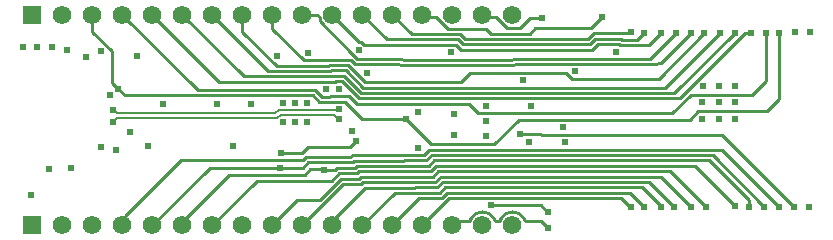
<source format=gbl>
G04*
G04 #@! TF.GenerationSoftware,Altium Limited,Altium Designer,23.1.1 (15)*
G04*
G04 Layer_Physical_Order=4*
G04 Layer_Color=16711680*
%FSLAX44Y44*%
%MOMM*%
G71*
G04*
G04 #@! TF.SameCoordinates,EB36885D-2DDF-469F-ABB7-EBECF6A50CA0*
G04*
G04*
G04 #@! TF.FilePolarity,Positive*
G04*
G01*
G75*
%ADD14C,0.1524*%
%ADD49R,1.5700X1.5700*%
%ADD50C,1.5700*%
%ADD51C,0.2540*%
%ADD52C,0.6096*%
%ADD53C,0.2540*%
D14*
X271285Y109950D02*
X271404Y110069D01*
X270696Y105886D02*
X273719Y102863D01*
X250311Y105886D02*
X270696D01*
X273719Y102863D02*
X274956D01*
X271404Y110069D02*
X273589D01*
X274464Y110944D01*
X86618Y103222D02*
X222491D01*
X86618Y107286D02*
X220808D01*
X223726Y110204D01*
X222491Y103222D02*
X225409Y106140D01*
X223726Y110204D02*
X251740D01*
X225409Y106140D02*
X250057D01*
X250311Y105886D01*
X251994Y109950D02*
X271285D01*
X251740Y110204D02*
X251994Y109950D01*
X83726Y110177D02*
X86618Y107286D01*
X83632Y110177D02*
X83726D01*
X83820Y100424D02*
X86618Y103222D01*
X83820Y100330D02*
Y100424D01*
D49*
X15240Y190500D02*
D03*
Y12700D02*
D03*
D50*
X40640Y190500D02*
D03*
X66040D02*
D03*
X91440D02*
D03*
X116840D02*
D03*
X142240D02*
D03*
X167640D02*
D03*
X193040D02*
D03*
X218440D02*
D03*
X243840D02*
D03*
X269240D02*
D03*
X294640D02*
D03*
X320040D02*
D03*
X345440D02*
D03*
X370840D02*
D03*
X396240D02*
D03*
X421640D02*
D03*
X40640Y12700D02*
D03*
X66040D02*
D03*
X91440D02*
D03*
X116840D02*
D03*
X142240D02*
D03*
X167640D02*
D03*
X193040D02*
D03*
X218440D02*
D03*
X243840D02*
D03*
X269240D02*
D03*
X294640D02*
D03*
X320040D02*
D03*
X345440D02*
D03*
X370840D02*
D03*
X396240D02*
D03*
X421640D02*
D03*
D51*
X431651Y17542D02*
G03*
X411629Y17542I-10011J-4841D01*
G01*
X406251Y17542D02*
G03*
X386229Y17542I-10011J-4841D01*
G01*
X609842Y175502D02*
Y175548D01*
X558800Y124460D02*
X609842Y175502D01*
X521462Y175260D02*
X521970Y175768D01*
X490290Y175260D02*
X521462D01*
X493240Y148622D02*
X538837D01*
X472218Y149130D02*
X492732D01*
X472192Y149130D02*
X472218Y149130D01*
X494613Y153670D02*
X495121Y153162D01*
X470338Y153670D02*
X494613D01*
X492732Y149130D02*
X493240Y148622D01*
X541243Y149223D02*
X547384Y149874D01*
X537972Y153162D02*
X539224Y154414D01*
X539224D01*
X371977Y152654D02*
X470311Y153670D01*
X513768Y170338D02*
X514655Y169450D01*
X495121Y153162D02*
X537972D01*
X373713Y165290D02*
X377783Y161220D01*
X487211Y165760D02*
X491789Y170338D01*
X512775Y164910D02*
X537020D01*
X320040Y190500D02*
X336170Y174370D01*
X493670Y165798D02*
X511887D01*
X537020Y164910D02*
X547370Y175260D01*
X526903Y169450D02*
X532713Y175260D01*
X379663Y165760D02*
X487211D01*
X489092Y161220D02*
X493670Y165798D01*
X514655Y169450D02*
X526903D01*
X377783Y161220D02*
X489092D01*
X470311Y153670D02*
X470338Y153670D01*
X294640Y190500D02*
X315310Y169830D01*
X485331Y170300D02*
X490290Y175260D01*
X336170Y174370D02*
X377474D01*
X296233Y165290D02*
X373713D01*
X381544Y170300D02*
X485331D01*
X538837Y148622D02*
X539852Y148622D01*
X511887Y165798D02*
X512775Y164910D01*
X293619Y167904D02*
X296233Y165290D01*
X539852Y148622D02*
X541243Y149223D01*
X491789Y170338D02*
X513768D01*
X377474Y174370D02*
X381544Y170300D01*
X373857Y148114D02*
X472192Y149130D01*
X545434Y136494D02*
X584200Y175260D01*
X472363Y136494D02*
X545434D01*
X467221Y141636D02*
X472363Y136494D01*
X386003Y141636D02*
X467221D01*
X193040Y176468D02*
X221903Y147605D01*
X193040Y176468D02*
Y190500D01*
X221903Y147605D02*
X265918D01*
X254461Y126936D02*
X260048Y121349D01*
X267217Y121802D02*
X283328D01*
X269097Y117262D02*
X279575D01*
X268644Y116809D02*
X269097Y117262D01*
X252580Y122396D02*
X258167Y116809D01*
X279575Y117262D02*
X293967Y102870D01*
X266764Y121349D02*
X267217Y121802D01*
X258167Y116809D02*
X268644D01*
X260048Y121349D02*
X266764D01*
X283328Y121802D02*
X290100Y115030D01*
X293967Y102870D02*
X331470D01*
X291836Y167904D02*
X293619D01*
X269240Y190500D02*
X291836Y167904D01*
X287359Y149874D02*
X288102Y149130D01*
X256254Y190500D02*
X258312Y188442D01*
X289983Y153670D02*
X366743Y152654D01*
X371977D01*
X285088Y152145D02*
X287359Y149874D01*
X364862Y148114D02*
X373857D01*
X547384Y149874D02*
X572770Y175260D01*
X539224Y154414D02*
X560070Y175260D01*
X289239Y154414D02*
X289983Y153670D01*
X243840Y190500D02*
X256254D01*
X288102Y149130D02*
X364862Y148114D01*
X258312Y185324D02*
Y188442D01*
X286968Y156685D02*
X289239Y154414D01*
X384842Y115030D02*
X392588Y107284D01*
X556935D01*
X290100Y115030D02*
X384842D01*
X378470Y134104D02*
X386003Y141636D01*
X556935Y107284D02*
X572840Y123190D01*
X599284Y89056D02*
X660400Y27940D01*
X462175Y89083D02*
X462203Y89056D01*
X445180Y90170D02*
X446267Y89083D01*
X462175D01*
X462203Y89056D02*
X599284D01*
X406080Y80960D02*
X426812Y101692D01*
X571592D01*
X579120Y109220D01*
X403606Y29242D02*
X446173D01*
X451285Y24130D02*
X452120D01*
X446173Y29242D02*
X451285Y24130D01*
X250621Y59720D02*
X262352D01*
X286635Y66008D02*
X287777Y67150D01*
X244017Y67532D02*
X247033Y70548D01*
X284755D02*
X285897Y71690D01*
X244056Y61150D02*
X248914Y66008D01*
X262352Y59720D02*
X262382Y59690D01*
X248914Y66008D02*
X286635D01*
X262382Y59690D02*
X271569D01*
X247033Y70548D02*
X284755D01*
X271569Y59690D02*
X272868Y60990D01*
X288038D01*
X245733Y54832D02*
X250621Y59720D01*
X226060Y73850D02*
X226124Y73786D01*
X116840Y12700D02*
X165290Y61150D01*
X205232Y50292D02*
X268591D01*
X181832Y54832D02*
X245733D01*
X268591Y50292D02*
X274749Y56450D01*
X167640Y12700D02*
X205232Y50292D01*
X226124Y73786D02*
X243851D01*
X225457Y61872D02*
Y62071D01*
X165290Y61150D02*
X224536D01*
X226179D02*
X244056D01*
X142240Y15240D02*
X181832Y54832D01*
X141192Y67532D02*
X244017D01*
X225457Y61872D02*
X226179Y61150D01*
X224536D02*
X225457Y62071D01*
X93958Y20298D02*
X141192Y67532D01*
X243851Y73786D02*
X248591Y78527D01*
X93504Y122396D02*
X252580D01*
X91440Y190500D02*
X155004Y126936D01*
X87630Y128270D02*
X93504Y122396D01*
X155004Y126936D02*
X254461D01*
X284013Y78527D02*
X289560Y84074D01*
X248591Y78527D02*
X284013D01*
X532713Y175260D02*
X533400D01*
X264491Y152598D02*
X284618D01*
X266371Y148058D02*
X282754D01*
X268252Y143518D02*
X280874D01*
X270132Y138978D02*
X278993D01*
X272013Y134438D02*
X277113D01*
X265918Y147605D02*
X266371Y148058D01*
X244768Y152145D02*
X264038D01*
X269679Y138525D02*
X270132Y138978D01*
X264038Y152145D02*
X264491Y152598D01*
X271560Y133985D02*
X272013Y134438D01*
X267799Y143065D02*
X268252Y143518D01*
X194215Y138525D02*
X269679D01*
X173355Y133985D02*
X271560D01*
X215075Y143065D02*
X267799D01*
X258283Y33564D02*
X276629Y51910D01*
X218440Y12700D02*
X239304Y33564D01*
X258283D01*
X375593Y169830D02*
X379663Y165760D01*
X357100Y188514D02*
X366704Y178910D01*
X403479Y174840D02*
X436185D01*
X315310Y169830D02*
X375593D01*
X366704Y178910D02*
X399409D01*
X427747Y179380D02*
X436327Y187960D01*
X407900Y188514D02*
X417034Y179380D01*
X427747D01*
X440725D02*
X487990D01*
X396240Y190500D02*
X398226Y188514D01*
X399409Y178910D02*
X403479Y174840D01*
X436185D02*
X440725Y179380D01*
X436327Y187960D02*
X447040D01*
X398226Y188514D02*
X407900D01*
X296708Y134104D02*
X378470D01*
X282754Y148058D02*
X296708Y134104D01*
X635900Y134250D02*
Y175630D01*
X624840Y123190D02*
X635900Y134250D01*
X572840Y123190D02*
X624840D01*
X142240Y190500D02*
X194215Y138525D01*
X278993Y138978D02*
X293511Y124460D01*
X167640Y190500D02*
X215075Y143065D01*
X218440Y178473D02*
X244768Y152145D01*
X277113Y134438D02*
X291630Y119920D01*
X116840Y190500D02*
X173355Y133985D01*
X285071Y152145D02*
X285088D01*
X280874Y143518D02*
X295392Y129000D01*
X284618Y152598D02*
X285071Y152145D01*
X618490Y175260D02*
X623570D01*
X291630Y119920D02*
X563150D01*
X618490Y175260D01*
X293511Y124460D02*
X558800D01*
X550640Y129000D02*
X597165Y175525D01*
X286951Y156685D02*
X286968D01*
X258312Y185324D02*
X286951Y156685D01*
X295392Y129000D02*
X550640D01*
X353060Y81280D02*
X378775D01*
X331470Y102870D02*
X353060Y81280D01*
X378775D02*
X379095Y80960D01*
X406080D01*
X427990Y90170D02*
X445180D01*
X579120Y109220D02*
X637540D01*
X647700Y119380D01*
X487990Y179380D02*
X497840Y189230D01*
X347426Y188514D02*
X357100D01*
X218440Y178473D02*
Y190500D01*
X345440D02*
X347426Y188514D01*
X445770Y16510D02*
X452120Y10160D01*
X432682Y16510D02*
X445770D01*
X351375Y76420D02*
X599220D01*
X346835Y71880D02*
X351375Y76420D01*
X555150Y58260D02*
X585470Y27940D01*
X360778Y53720D02*
X546990D01*
X521050Y40100D02*
X533400Y27750D01*
X587980Y67340D02*
X621814Y33506D01*
X364539Y44640D02*
X531167D01*
X599220Y76420D02*
X647700Y27940D01*
X366419Y40100D02*
X521050D01*
X537560Y49180D02*
X558800Y27940D01*
X546990Y53720D02*
X572770Y27940D01*
X353256Y71880D02*
X591060D01*
X358119Y44640D02*
X362659Y49180D01*
X359999Y40100D02*
X364539Y44640D01*
X358898Y58260D02*
X555150D01*
X513663Y35560D02*
X521283Y27940D01*
X576036Y62800D02*
X610183Y28653D01*
X357017Y62800D02*
X576036D01*
X361880Y35560D02*
X366419Y40100D01*
X345440Y12700D02*
X368300Y35560D01*
X355136Y67340D02*
X587980D01*
X531167Y44640D02*
X547370Y28437D01*
X368300Y35560D02*
X513663D01*
X354357Y53720D02*
X358898Y58260D01*
X356238Y49180D02*
X360778Y53720D01*
X348716Y67340D02*
X353256Y71880D01*
X352477Y58260D02*
X357017Y62800D01*
X362659Y49180D02*
X537560D01*
X350596Y62800D02*
X355136Y67340D01*
X591060Y71880D02*
X635000Y27940D01*
X327856Y71880D02*
X346835D01*
X339139Y44640D02*
X358119D01*
X333497Y58260D02*
X352477D01*
X329736Y67340D02*
X348716D01*
X335378Y53720D02*
X354357D01*
X342900Y35560D02*
X361880D01*
X337258Y49180D02*
X356238D01*
X331617Y62800D02*
X350596D01*
X341020Y40100D02*
X359999D01*
X406538Y17254D02*
X407282Y16510D01*
X410598D02*
X411342Y17254D01*
X411342Y17254D02*
X411629Y17542D01*
X374650Y16510D02*
X385198D01*
X385942Y17254D01*
X406251Y17542D02*
X406538Y17254D01*
X407282Y16510D02*
X410598D01*
X431938Y17254D02*
X432682Y16510D01*
X431651Y17542D02*
X431938Y17254D01*
X385942Y17254D02*
X386229Y17542D01*
X370840Y12700D02*
X374650Y16510D01*
X285897Y71690D02*
X327666D01*
X291539Y58070D02*
X333307D01*
X327666Y71690D02*
X327856Y71880D01*
X335188Y53530D02*
X335378Y53720D01*
X337068Y48990D02*
X337258Y49180D01*
X289658Y62610D02*
X331427D01*
X287777Y67150D02*
X329546D01*
X329736Y67340D01*
X293419Y53530D02*
X335188D01*
X297180Y44450D02*
X338949D01*
X331427Y62610D02*
X331617Y62800D01*
X340830Y39910D02*
X341020Y40100D01*
X320040Y12700D02*
X342900Y35560D01*
X333307Y58070D02*
X333497Y58260D01*
X321850Y39910D02*
X340830D01*
X295299Y48990D02*
X337068D01*
X338949Y44450D02*
X339139Y44640D01*
X345440Y12700D02*
X345440D01*
X521283Y27940D02*
X521970D01*
X294640Y12700D02*
X321850Y39910D01*
X547370Y27750D02*
Y28437D01*
X274749Y56450D02*
X289918D01*
X293679Y47370D02*
X295299Y48990D01*
X288038Y60990D02*
X289658Y62610D01*
X289918Y56450D02*
X291539Y58070D01*
X278510Y47370D02*
X293679D01*
X276629Y51910D02*
X291799D01*
X293419Y53530D01*
X243840Y12700D02*
X278510Y47370D01*
X273040Y20310D02*
X297180Y44450D01*
X269240Y12700D02*
Y16261D01*
X273040Y20061D02*
Y20310D01*
X269240Y16261D02*
X273040Y20061D01*
X142240Y12700D02*
Y15240D01*
X621814Y28426D02*
Y33506D01*
Y28426D02*
X622300Y27940D01*
X93958Y15218D02*
Y20298D01*
X91440Y12700D02*
X93958Y15218D01*
X647700Y119380D02*
Y175260D01*
X82550Y133350D02*
X87630Y128270D01*
X82550Y133350D02*
Y160020D01*
X66040Y176530D02*
X82550Y160020D01*
X66040Y176530D02*
Y190500D01*
D52*
X609842Y175548D02*
D03*
X582598Y130433D02*
D03*
X521970Y175768D02*
D03*
X509270Y159480D02*
D03*
X474980Y142812D02*
D03*
X73637Y159998D02*
D03*
X248920Y158463D02*
D03*
X222445Y155997D02*
D03*
X263652Y127667D02*
D03*
X274956Y102863D02*
D03*
X274464Y110944D02*
D03*
X274496Y128120D02*
D03*
X298613Y141133D02*
D03*
X291953Y160635D02*
D03*
X369360Y158972D02*
D03*
X341630Y108712D02*
D03*
X399239Y113602D02*
D03*
X430530Y135318D02*
D03*
X437567Y113602D02*
D03*
X464820Y95374D02*
D03*
X466497Y82738D02*
D03*
X435610D02*
D03*
X427990Y90170D02*
D03*
X452120Y24130D02*
D03*
X403606Y29242D02*
D03*
X262382Y59690D02*
D03*
X226060Y73850D02*
D03*
X224536Y61150D02*
D03*
X247650Y116078D02*
D03*
X237490D02*
D03*
X200454Y115062D02*
D03*
X227330Y116078D02*
D03*
X289560Y84074D02*
D03*
X285496Y92710D02*
D03*
X341630Y78198D02*
D03*
X83820Y100330D02*
D03*
X83632Y110177D02*
D03*
X247650Y100330D02*
D03*
X227573Y100087D02*
D03*
X237733D02*
D03*
X533400Y175260D02*
D03*
X48260Y60960D02*
D03*
X7620Y163830D02*
D03*
X19050D02*
D03*
X447040Y187960D02*
D03*
X610430Y130600D02*
D03*
Y116600D02*
D03*
X399034Y87884D02*
D03*
X582430Y102600D02*
D03*
X398880Y100704D02*
D03*
X372210Y89274D02*
D03*
X596430Y102600D02*
D03*
X610430D02*
D03*
X372210Y107054D02*
D03*
X98044Y91440D02*
D03*
X125730Y114840D02*
D03*
X171450D02*
D03*
X331470Y102870D02*
D03*
X597165Y175525D02*
D03*
X596430Y130600D02*
D03*
X497840Y189230D02*
D03*
X547370Y175260D02*
D03*
X560070D02*
D03*
X572770D02*
D03*
X584200D02*
D03*
X623570D02*
D03*
X635900Y175630D02*
D03*
X596430Y116600D02*
D03*
X582430D02*
D03*
X452120Y10160D02*
D03*
X521970Y27940D02*
D03*
X533400Y27750D02*
D03*
X547370D02*
D03*
X558800Y27940D02*
D03*
X610183Y28653D02*
D03*
X572770Y27940D02*
D03*
X585470D02*
D03*
X622300D02*
D03*
X660400D02*
D03*
X673100D02*
D03*
X647700D02*
D03*
X635000D02*
D03*
X673630Y176000D02*
D03*
X660930Y175790D02*
D03*
X647700Y175260D02*
D03*
X87630Y128270D02*
D03*
X29548Y60463D02*
D03*
X104140Y156210D02*
D03*
X113030Y80010D02*
D03*
X81280Y123190D02*
D03*
X44450Y161290D02*
D03*
X185420Y80010D02*
D03*
X86360Y76200D02*
D03*
X73660Y78740D02*
D03*
X60960Y154940D02*
D03*
X31750Y163830D02*
D03*
X13970Y38100D02*
D03*
D53*
X411342Y17254D02*
D03*
X385942D02*
D03*
X431938Y17254D02*
D03*
X406538D02*
D03*
M02*

</source>
